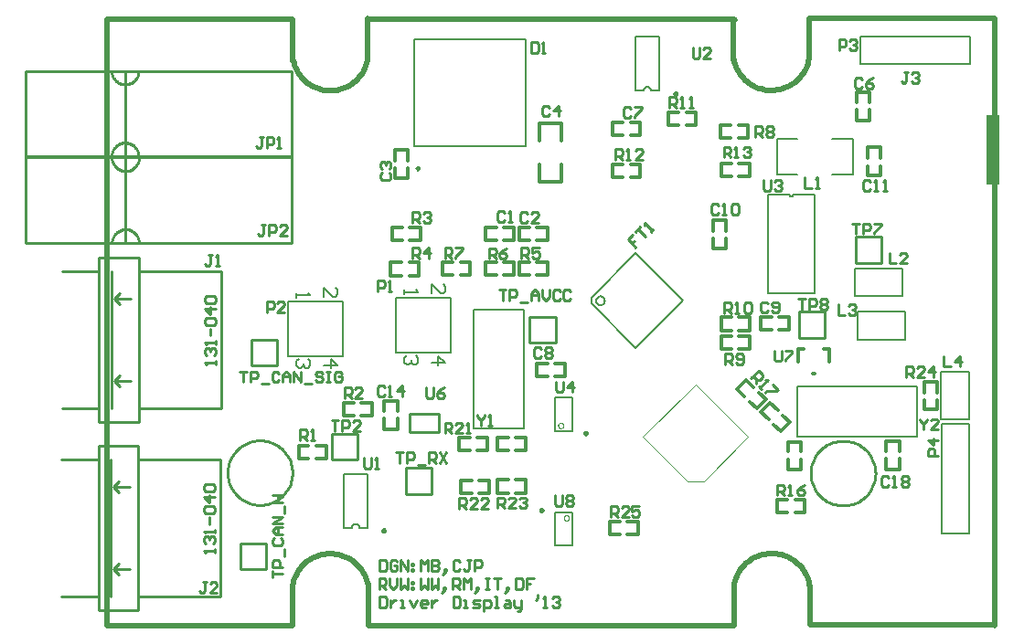
<source format=gto>
%FSTAX24Y24*%
%MOIN*%
%SFA1B1*%

%IPPOS*%
%ADD36C,0.009800*%
%ADD37C,0.019700*%
%ADD51C,0.010000*%
%ADD52C,0.003900*%
%ADD53C,0.007900*%
%ADD54R,0.047200X0.252000*%
%ADD55C,0.012000*%
%ADD56C,0.005000*%
%ADD57C,0.008000*%
%LNaddl-1*%
%LPD*%
G54D36*
X042455Y022696D02*
D01*
X042454Y022699*
X042454Y022702*
X042453Y022706*
X042453Y022709*
X042452Y022712*
X04245Y022715*
X042449Y022719*
X042447Y022721*
X042445Y022724*
X042443Y022727*
X042441Y02273*
X042438Y022732*
X042436Y022734*
X042433Y022736*
X04243Y022738*
X042427Y02274*
X042424Y022741*
X042421Y022742*
X042417Y022743*
X042414Y022744*
X042411Y022744*
X042407Y022744*
X042404*
X0424Y022744*
X042397Y022744*
X042394Y022743*
X04239Y022742*
X042387Y022741*
X042384Y02274*
X042381Y022738*
X042378Y022736*
X042375Y022734*
X042373Y022732*
X04237Y02273*
X042368Y022727*
X042366Y022724*
X042364Y022721*
X042362Y022719*
X042361Y022715*
X042359Y022712*
X042358Y022709*
X042358Y022706*
X042357Y022702*
X042357Y022699*
X042357Y022696*
X042357Y022692*
X042357Y022689*
X042358Y022685*
X042358Y022682*
X042359Y022679*
X042361Y022676*
X042362Y022672*
X042364Y02267*
X042366Y022667*
X042368Y022664*
X04237Y022661*
X042373Y022659*
X042375Y022657*
X042378Y022655*
X042381Y022653*
X042384Y022651*
X042387Y02265*
X04239Y022649*
X042394Y022648*
X042397Y022647*
X0424Y022647*
X042404Y022647*
X042407*
X042411Y022647*
X042414Y022647*
X042417Y022648*
X042421Y022649*
X042424Y02265*
X042427Y022651*
X04243Y022653*
X042433Y022655*
X042436Y022657*
X042438Y022659*
X042441Y022661*
X042443Y022664*
X042445Y022667*
X042447Y02267*
X042449Y022672*
X04245Y022676*
X042452Y022679*
X042453Y022682*
X042453Y022685*
X042454Y022689*
X042454Y022692*
X042455Y022696*
X044069Y025514D02*
D01*
X044068Y025517*
X044068Y02552*
X044067Y025524*
X044067Y025527*
X044066Y02553*
X044064Y025533*
X044063Y025537*
X044061Y025539*
X044059Y025542*
X044057Y025545*
X044055Y025548*
X044052Y02555*
X04405Y025552*
X044047Y025554*
X044044Y025556*
X044041Y025558*
X044038Y025559*
X044035Y02556*
X044031Y025561*
X044028Y025562*
X044025Y025562*
X044021Y025562*
X044018*
X044014Y025562*
X044011Y025562*
X044008Y025561*
X044004Y02556*
X044001Y025559*
X043998Y025558*
X043995Y025556*
X043992Y025554*
X043989Y025552*
X043987Y02555*
X043984Y025548*
X043982Y025545*
X04398Y025542*
X043978Y025539*
X043976Y025537*
X043975Y025533*
X043973Y02553*
X043972Y025527*
X043972Y025524*
X043971Y02552*
X043971Y025517*
X043971Y025514*
X043971Y02551*
X043971Y025507*
X043972Y025503*
X043972Y0255*
X043973Y025497*
X043975Y025494*
X043976Y02549*
X043978Y025488*
X04398Y025485*
X043982Y025482*
X043984Y025479*
X043987Y025477*
X043989Y025475*
X043992Y025473*
X043995Y025471*
X043998Y025469*
X044001Y025468*
X044004Y025467*
X044008Y025466*
X044011Y025465*
X044014Y025465*
X044018Y025465*
X044021*
X044025Y025465*
X044028Y025465*
X044031Y025466*
X044035Y025467*
X044038Y025468*
X044041Y025469*
X044044Y025471*
X044047Y025473*
X04405Y025475*
X044052Y025477*
X044055Y025479*
X044057Y025482*
X044059Y025485*
X044061Y025488*
X044063Y02549*
X044064Y025494*
X044066Y025497*
X044067Y0255*
X044067Y025503*
X044068Y025507*
X044068Y02551*
X044069Y025514*
X047337Y037904D02*
D01*
X047336Y037907*
X047336Y03791*
X047335Y037914*
X047335Y037917*
X047334Y03792*
X047332Y037923*
X047331Y037927*
X047329Y037929*
X047327Y037932*
X047325Y037935*
X047323Y037938*
X04732Y03794*
X047318Y037942*
X047315Y037944*
X047312Y037946*
X047309Y037948*
X047306Y037949*
X047303Y03795*
X047299Y037951*
X047296Y037952*
X047293Y037952*
X047289Y037952*
X047286*
X047282Y037952*
X047279Y037952*
X047276Y037951*
X047272Y03795*
X047269Y037949*
X047266Y037948*
X047263Y037946*
X04726Y037944*
X047257Y037942*
X047255Y03794*
X047252Y037938*
X04725Y037935*
X047248Y037932*
X047246Y037929*
X047244Y037927*
X047243Y037923*
X047241Y03792*
X04724Y037917*
X04724Y037914*
X047239Y03791*
X047239Y037907*
X047239Y037904*
X047239Y0379*
X047239Y037897*
X04724Y037893*
X04724Y03789*
X047241Y037887*
X047243Y037884*
X047244Y03788*
X047246Y037878*
X047248Y037875*
X04725Y037872*
X047252Y037869*
X047255Y037867*
X047257Y037865*
X04726Y037863*
X047263Y037861*
X047266Y037859*
X047269Y037858*
X047272Y037857*
X047276Y037856*
X047279Y037855*
X047282Y037855*
X047286Y037855*
X047289*
X047293Y037855*
X047296Y037855*
X047299Y037856*
X047303Y037857*
X047306Y037858*
X047309Y037859*
X047312Y037861*
X047315Y037863*
X047318Y037865*
X04732Y037867*
X047323Y037869*
X047325Y037872*
X047327Y037875*
X047329Y037878*
X047331Y03788*
X047332Y037884*
X047334Y037887*
X047335Y03789*
X047335Y037893*
X047336Y037897*
X047336Y0379*
X047337Y037904*
X036707Y021959D02*
D01*
X036706Y021962*
X036706Y021965*
X036705Y021969*
X036705Y021972*
X036704Y021975*
X036702Y021978*
X036701Y021982*
X036699Y021984*
X036697Y021987*
X036695Y02199*
X036693Y021993*
X03669Y021995*
X036688Y021997*
X036685Y021999*
X036682Y022001*
X036679Y022003*
X036676Y022004*
X036673Y022005*
X036669Y022006*
X036666Y022007*
X036663Y022007*
X036659Y022007*
X036656*
X036652Y022007*
X036649Y022007*
X036646Y022006*
X036642Y022005*
X036639Y022004*
X036636Y022003*
X036633Y022001*
X03663Y021999*
X036627Y021997*
X036625Y021995*
X036622Y021993*
X03662Y02199*
X036618Y021987*
X036616Y021984*
X036614Y021982*
X036613Y021978*
X036611Y021975*
X03661Y021972*
X03661Y021969*
X036609Y021965*
X036609Y021962*
X036609Y021959*
X036609Y021955*
X036609Y021952*
X03661Y021948*
X03661Y021945*
X036611Y021942*
X036613Y021939*
X036614Y021935*
X036616Y021933*
X036618Y02193*
X03662Y021927*
X036622Y021924*
X036625Y021922*
X036627Y02192*
X03663Y021918*
X036633Y021916*
X036636Y021914*
X036639Y021913*
X036642Y021912*
X036646Y021911*
X036649Y02191*
X036652Y02191*
X036656Y02191*
X036659*
X036663Y02191*
X036666Y02191*
X036669Y021911*
X036673Y021912*
X036676Y021913*
X036679Y021914*
X036682Y021916*
X036685Y021918*
X036688Y02192*
X03669Y021922*
X036693Y021924*
X036695Y021927*
X036697Y02193*
X036699Y021933*
X036701Y021935*
X036702Y021939*
X036704Y021942*
X036705Y021945*
X036705Y021948*
X036706Y021952*
X036706Y021955*
X036707Y021959*
X037945Y035183D02*
D01*
X037944Y035186*
X037944Y035189*
X037943Y035193*
X037943Y035196*
X037942Y035199*
X03794Y035202*
X037939Y035206*
X037937Y035208*
X037935Y035211*
X037933Y035214*
X037931Y035217*
X037928Y035219*
X037926Y035221*
X037923Y035223*
X03792Y035225*
X037917Y035227*
X037914Y035228*
X037911Y035229*
X037907Y03523*
X037904Y035231*
X037901Y035231*
X037897Y035231*
X037894*
X03789Y035231*
X037887Y035231*
X037884Y03523*
X03788Y035229*
X037877Y035228*
X037874Y035227*
X037871Y035225*
X037868Y035223*
X037865Y035221*
X037863Y035219*
X03786Y035217*
X037858Y035214*
X037856Y035211*
X037854Y035208*
X037852Y035206*
X037851Y035202*
X037849Y035199*
X037848Y035196*
X037848Y035193*
X037847Y035189*
X037847Y035186*
X037847Y035183*
X037847Y035179*
X037847Y035176*
X037848Y035172*
X037848Y035169*
X037849Y035166*
X037851Y035163*
X037852Y035159*
X037854Y035157*
X037856Y035154*
X037858Y035151*
X03786Y035148*
X037863Y035146*
X037865Y035144*
X037868Y035142*
X037871Y03514*
X037874Y035138*
X037877Y035137*
X03788Y035136*
X037884Y035135*
X037887Y035134*
X03789Y035134*
X037894Y035134*
X037897*
X037901Y035134*
X037904Y035134*
X037907Y035135*
X037911Y035136*
X037914Y035137*
X037917Y035138*
X03792Y03514*
X037923Y035142*
X037926Y035144*
X037928Y035146*
X037931Y035148*
X037933Y035151*
X037935Y035154*
X037937Y035157*
X037939Y035159*
X03794Y035163*
X037942Y035166*
X037943Y035169*
X037943Y035172*
X037944Y035176*
X037944Y035179*
X037945Y035183*
G54D37*
X0361Y019877D02*
D01*
X036085Y019973*
X036063Y020068*
X036035Y020162*
X036001Y020253*
X03596Y020341*
X035914Y020427*
X035861Y020509*
X035803Y020587*
X035739Y020661*
X035671Y020731*
X035597Y020795*
X03552Y020854*
X035438Y020908*
X035353Y020956*
X035265Y020998*
X035174Y021033*
X035081Y021062*
X034986Y021085*
X03489Y0211*
X034793Y02111*
X034695Y021112*
X034598Y021107*
X034501Y021096*
X034405Y021078*
X034311Y021053*
X034219Y021022*
X034129Y020985*
X034041Y020941*
X033957Y020891*
X033877Y020836*
X033801Y020775*
X033729Y020709*
X033662Y020638*
X033601Y020562*
X033544Y020483*
X033493Y020399*
X033449Y020313*
X03341Y020223*
X033378Y020131*
X033352Y020037*
X033333Y019941*
X033327Y0199*
X05219Y019906D02*
D01*
X052173Y020002*
X05215Y020097*
X052121Y02019*
X052085Y020281*
X052043Y020369*
X051995Y020454*
X051941Y020536*
X051881Y020613*
X051816Y020686*
X051746Y020755*
X051672Y020818*
X051594Y020876*
X051511Y020929*
X051425Y020975*
X051336Y021016*
X051245Y02105*
X051151Y021077*
X051055Y021098*
X050959Y021113*
X050861Y02112*
X050764Y021121*
X050666Y021115*
X050569Y021102*
X050473Y021083*
X050379Y021056*
X050287Y021024*
X050198Y020985*
X050111Y02094*
X050028Y020888*
X049948Y020832*
X049873Y020769*
X049802Y020702*
X049736Y02063*
X049675Y020553*
X04962Y020473*
X04957Y020388*
X049527Y020301*
X04949Y020211*
X049459Y020118*
X049434Y020023*
X049417Y019929*
X0494Y039257D02*
D01*
X049414Y03916*
X049436Y039065*
X049464Y038971*
X049498Y03888*
X049539Y038792*
X049585Y038706*
X049638Y038624*
X049696Y038546*
X04976Y038472*
X049828Y038402*
X049902Y038338*
X049979Y038279*
X050061Y038225*
X050146Y038177*
X050234Y038135*
X050325Y0381*
X050418Y038071*
X050513Y038048*
X050609Y038033*
X050706Y038023*
X050804Y038021*
X050901Y038026*
X050998Y038037*
X051094Y038055*
X051188Y03808*
X05128Y038111*
X05137Y038148*
X051458Y038192*
X051542Y038242*
X051622Y038297*
X051698Y038358*
X05177Y038424*
X051837Y038495*
X051898Y038571*
X051955Y03865*
X052006Y038734*
X05205Y03882*
X052089Y03891*
X052121Y039002*
X052147Y039096*
X052166Y039192*
X052174Y039234*
X033361Y0391D02*
D01*
X033384Y039006*
X033414Y038914*
X03345Y038825*
X033493Y038739*
X033541Y038655*
X033595Y038575*
X033655Y0385*
X033719Y038428*
X033789Y038361*
X033863Y0383*
X033941Y038243*
X034023Y038192*
X034108Y038147*
X034196Y038108*
X034287Y038075*
X034379Y038049*
X034474Y038029*
X034569Y038016*
X034665Y038009*
X034762Y03801*
X034858Y038017*
X034953Y03803*
X035047Y03805*
X03514Y038077*
X035231Y03811*
X035318Y03815*
X035403Y038195*
X035485Y038246*
X035563Y038303*
X035637Y038365*
X035706Y038432*
X03577Y038504*
X035829Y03858*
X035883Y03866*
X035931Y038744*
X035973Y038831*
X036009Y03892*
X036039Y039012*
X036062Y039105*
X03607Y039147*
X02657Y018497D02*
Y040607D01*
X02655Y018477D02*
X02657Y018497D01*
X02655Y018477D02*
X03333D01*
Y018497D02*
Y019837D01*
X0361Y018477D02*
Y019837D01*
Y018477D02*
X04942D01*
Y019887*
X05219Y018517D02*
Y019887D01*
Y018517D02*
X05892D01*
X05889D02*
X05892Y018487D01*
Y040627*
X05893Y040637*
X05216D02*
X05893D01*
X05216Y039167D02*
Y040647D01*
X04941Y039167D02*
X04942Y039157D01*
X04941Y039167D02*
Y040627D01*
X0494D02*
X04945Y040577D01*
X03607Y040627D02*
X0494D01*
X03607Y039137D02*
Y040657D01*
X03334Y039097D02*
Y040607D01*
X02659D02*
X03334D01*
G54D51*
X027717Y035619D02*
D01*
X027715Y035653*
X027712Y035687*
X027706Y035721*
X027697Y035754*
X027687Y035787*
X027674Y035819*
X027659Y035849*
X027642Y035879*
X027623Y035908*
X027601Y035935*
X027578Y03596*
X027554Y035984*
X027527Y036006*
X0275Y036026*
X027471Y036045*
X02744Y036061*
X027409Y036075*
X027377Y036086*
X027344Y036096*
X02731Y036103*
X027276Y036108*
X027242Y03611*
X027207*
X027173Y036108*
X027139Y036103*
X027105Y036096*
X027072Y036086*
X02704Y036075*
X027009Y036061*
X026979Y036045*
X026949Y036026*
X026922Y036006*
X026895Y035984*
X026871Y03596*
X026848Y035935*
X026826Y035908*
X026807Y035879*
X02679Y035849*
X026775Y035819*
X026762Y035787*
X026752Y035754*
X026743Y035721*
X026737Y035687*
X026734Y035653*
X026733Y035619*
Y038729D02*
D01*
X026734Y038694*
X026737Y03866*
X026743Y038626*
X026752Y038593*
X026762Y03856*
X026775Y038528*
X02679Y038498*
X026807Y038468*
X026826Y038439*
X026848Y038412*
X026871Y038387*
X026895Y038363*
X026922Y038341*
X026949Y038321*
X026979Y038302*
X027009Y038286*
X02704Y038272*
X027072Y038261*
X027105Y038251*
X027139Y038244*
X027173Y038239*
X027207Y038237*
X027242*
X027276Y038239*
X02731Y038244*
X027344Y038251*
X027377Y038261*
X027409Y038272*
X02744Y038286*
X027471Y038302*
X0275Y038321*
X027527Y038341*
X027554Y038363*
X027578Y038387*
X027601Y038412*
X027623Y038439*
X027642Y038468*
X027659Y038498*
X027674Y038528*
X027687Y03856*
X027697Y038593*
X027706Y038626*
X027712Y03866*
X027715Y038694*
X027717Y038729*
X027727Y032459D02*
D01*
X027725Y032493*
X027722Y032527*
X027716Y032561*
X027707Y032594*
X027697Y032627*
X027684Y032659*
X027669Y032689*
X027652Y032719*
X027633Y032748*
X027611Y032775*
X027588Y0328*
X027564Y032824*
X027537Y032846*
X02751Y032866*
X027481Y032885*
X02745Y032901*
X027419Y032915*
X027387Y032926*
X027354Y032936*
X02732Y032943*
X027286Y032948*
X027252Y03295*
X027217*
X027183Y032948*
X027149Y032943*
X027115Y032936*
X027082Y032926*
X02705Y032915*
X027019Y032901*
X026989Y032885*
X026959Y032866*
X026932Y032846*
X026905Y032824*
X026881Y0328*
X026858Y032775*
X026836Y032748*
X026817Y032719*
X0268Y032689*
X026785Y032659*
X026772Y032627*
X026762Y032594*
X026753Y032561*
X026747Y032527*
X026744Y032493*
X026743Y032459*
Y035569D02*
D01*
X026744Y035534*
X026747Y0355*
X026753Y035466*
X026762Y035433*
X026772Y0354*
X026785Y035368*
X0268Y035338*
X026817Y035308*
X026836Y035279*
X026858Y035252*
X026881Y035227*
X026905Y035203*
X026932Y035181*
X026959Y035161*
X026989Y035142*
X027019Y035126*
X02705Y035112*
X027082Y035101*
X027115Y035091*
X027149Y035084*
X027183Y035079*
X027217Y035077*
X027252*
X027286Y035079*
X02732Y035084*
X027354Y035091*
X027387Y035101*
X027419Y035112*
X02745Y035126*
X027481Y035142*
X02751Y035161*
X027537Y035181*
X027564Y035203*
X027588Y035227*
X027611Y035252*
X027633Y035279*
X027652Y035308*
X027669Y035338*
X027684Y035368*
X027697Y0354*
X027707Y035433*
X027716Y035466*
X027722Y0355*
X027725Y035534*
X027727Y035569*
X033323Y024071D02*
D01*
X03332Y024153*
X033311Y024235*
X033297Y024316*
X033277Y024396*
X033251Y024474*
X03322Y024551*
X033184Y024625*
X033143Y024696*
X033097Y024765*
X033046Y02483*
X032991Y024891*
X032932Y024948*
X032869Y025001*
X032802Y02505*
X032732Y025093*
X032659Y025132*
X032584Y025166*
X032506Y025194*
X032427Y025216*
X032347Y025234*
X032265Y025245*
X032183Y025251*
X0321*
X032018Y025245*
X031936Y025234*
X031856Y025216*
X031777Y025194*
X031699Y025166*
X031624Y025132*
X031551Y025093*
X031481Y02505*
X031414Y025001*
X031351Y024948*
X031292Y024891*
X031237Y02483*
X031186Y024765*
X03114Y024696*
X031099Y024625*
X031063Y024551*
X031032Y024474*
X031006Y024396*
X030986Y024316*
X030972Y024235*
X030963Y024153*
X030961Y024071*
X030963Y023988*
X030972Y023906*
X030986Y023825*
X031006Y023745*
X031032Y023667*
X031063Y02359*
X031099Y023516*
X03114Y023445*
X031186Y023376*
X031237Y023311*
X031292Y02325*
X031351Y023193*
X031414Y02314*
X031481Y023091*
X031551Y023048*
X031624Y023009*
X031699Y022975*
X031777Y022947*
X031856Y022925*
X031936Y022907*
X032018Y022896*
X0321Y02289*
X032183*
X032265Y022896*
X032347Y022907*
X032427Y022925*
X032506Y022947*
X032584Y022975*
X032659Y023009*
X032732Y023048*
X032802Y023091*
X032869Y02314*
X032932Y023193*
X032991Y02325*
X033046Y023311*
X033097Y023376*
X033143Y023445*
X033184Y023516*
X03322Y02359*
X033251Y023667*
X033277Y023745*
X033297Y023825*
X033311Y023906*
X03332Y023988*
X033323Y024071*
X054583Y024051D02*
D01*
X05458Y024133*
X054571Y024215*
X054557Y024296*
X054537Y024376*
X054511Y024454*
X05448Y024531*
X054444Y024605*
X054403Y024676*
X054357Y024745*
X054306Y02481*
X054251Y024871*
X054192Y024928*
X054129Y024981*
X054062Y02503*
X053992Y025073*
X053919Y025112*
X053844Y025146*
X053766Y025174*
X053687Y025196*
X053607Y025214*
X053525Y025225*
X053443Y025231*
X05336*
X053278Y025225*
X053196Y025214*
X053116Y025196*
X053037Y025174*
X052959Y025146*
X052884Y025112*
X052811Y025073*
X052741Y02503*
X052674Y024981*
X052611Y024928*
X052552Y024871*
X052497Y02481*
X052446Y024745*
X0524Y024676*
X052359Y024605*
X052323Y024531*
X052292Y024454*
X052266Y024376*
X052246Y024296*
X052232Y024215*
X052223Y024133*
X052221Y024051*
X052223Y023968*
X052232Y023886*
X052246Y023805*
X052266Y023725*
X052292Y023647*
X052323Y02357*
X052359Y023496*
X0524Y023425*
X052446Y023356*
X052497Y023291*
X052552Y02323*
X052611Y023173*
X052674Y02312*
X052741Y023071*
X052811Y023028*
X052884Y022989*
X052959Y022955*
X053037Y022927*
X053116Y022905*
X053196Y022887*
X053278Y022876*
X05336Y02287*
X053443*
X053525Y022876*
X053607Y022887*
X053687Y022905*
X053766Y022927*
X053844Y022955*
X053919Y022989*
X053992Y023028*
X054062Y023071*
X054129Y02312*
X054192Y023173*
X054251Y02323*
X054306Y023291*
X054357Y023356*
X054403Y023425*
X054444Y023496*
X05448Y02357*
X054511Y023647*
X054537Y023725*
X054557Y023805*
X054571Y023886*
X05458Y023968*
X054583Y024051*
X053862Y031724D02*
X054807D01*
Y032669*
X053862D02*
X054807D01*
X053862Y031724D02*
Y032669D01*
X035713Y024539D02*
Y025484D01*
X034768D02*
X035713D01*
X034768Y024539D02*
Y025484D01*
Y024539D02*
X035713D01*
X027225Y035619D02*
X027229Y038729D01*
X033288Y035619D02*
Y038729D01*
X023603Y035619D02*
X033288D01*
X023603D02*
Y038729D01*
X033288*
X027235Y032459D02*
X027239Y035569D01*
X033298Y032459D02*
Y035569D01*
X023613Y032459D02*
X033298D01*
X023613D02*
Y035569D01*
X033298*
X0267Y019547D02*
Y024547D01*
X02625Y019047D02*
Y025047D01*
Y019047D02*
X0277D01*
Y025047*
X02625D02*
X0277D01*
X0249Y019547D02*
X02625D01*
X0249Y024547D02*
X02625D01*
X0277Y019547D02*
X0307D01*
Y021547*
X0277Y024547D02*
X0307D01*
Y022547D02*
Y024547D01*
Y021547D02*
Y022547D01*
X0268Y020547D02*
X0274D01*
X0268D02*
X027Y020347D01*
X0268Y020547D02*
X027Y020747D01*
X0268Y023547D02*
X027Y023747D01*
X0268Y023547D02*
X027Y023347D01*
X0268Y023547D02*
X0274D01*
X037601Y026232D02*
X038664D01*
Y025563D02*
Y026232D01*
X037601Y025563D02*
X038664D01*
X037601D02*
Y026232D01*
X026817Y03042D02*
X027417D01*
X026817D02*
X027017Y03022D01*
X026817Y03042D02*
X027017Y03062D01*
X026817Y02742D02*
X027017Y02762D01*
X026817Y02742D02*
X027017Y02722D01*
X026817Y02742D02*
X027417D01*
X030717Y02842D02*
Y02942D01*
Y03142*
X027717D02*
X030717D01*
Y02642D02*
Y02842D01*
X027717Y02642D02*
X030717D01*
X024917Y03142D02*
X026267D01*
X024917Y02642D02*
X026267D01*
Y03192D02*
X027717D01*
Y02592D02*
Y03192D01*
X026267Y02592D02*
X027717D01*
X026267D02*
Y03192D01*
X026717Y02642D02*
Y03142D01*
X037449Y024246D02*
X038394D01*
Y023301D02*
Y024246D01*
X037449Y023301D02*
X038394D01*
X037449D02*
Y024246D01*
X03278Y027984D02*
Y028929D01*
X031835D02*
X03278D01*
X031835Y027984D02*
Y028929D01*
Y027984D02*
X03278D01*
X041974Y028818D02*
X042919D01*
Y029763*
X041974D02*
X042919D01*
X041974Y028818D02*
Y029763D01*
X051795Y029941D02*
X05274D01*
Y028996D02*
Y029941D01*
X051795Y028996D02*
X05274D01*
X051795D02*
Y029941D01*
X031425Y021498D02*
X03237D01*
Y020553D02*
Y021498D01*
X031425Y020553D02*
X03237D01*
X031425D02*
Y021498D01*
X044927Y022453D02*
Y022846D01*
X045123*
X045189Y022781*
Y02265*
X045123Y022584*
X044927*
X045058D02*
X045189Y022453D01*
X045583D02*
X04532D01*
X045583Y022715*
Y022781*
X045517Y022846*
X045386*
X04532Y022781*
X045976Y022846D02*
X045714D01*
Y02265*
X045845Y022715*
X045911*
X045976Y02265*
Y022518*
X045911Y022453*
X045779*
X045714Y022518*
X042905Y02324D02*
Y022912D01*
X04297Y022846*
X043102*
X043167Y022912*
Y02324*
X043298Y023174D02*
X043364Y02324D01*
X043495*
X043561Y023174*
Y023109*
X043495Y023043*
X043561Y022978*
Y022912*
X043495Y022846*
X043364*
X043298Y022912*
Y022978*
X043364Y023043*
X043298Y023109*
Y023174*
X043364Y023043D02*
X043495D01*
X042021Y039775D02*
Y039382D01*
X042218*
X042284Y039447*
Y03971*
X042218Y039775*
X042021*
X042415Y039382D02*
X042546D01*
X04248*
Y039775*
X042415Y03971*
X04081Y022775D02*
Y023168D01*
X041007*
X041072Y023103*
Y022972*
X041007Y022906*
X04081*
X040941D02*
X041072Y022775D01*
X041466D02*
X041203D01*
X041466Y023037*
Y023103*
X0414Y023168*
X041269*
X041203Y023103*
X041597D02*
X041663Y023168D01*
X041794*
X041859Y023103*
Y023037*
X041794Y022972*
X041728*
X041794*
X041859Y022906*
Y02284*
X041794Y022775*
X041663*
X041597Y02284*
X049112Y02801D02*
Y028403D01*
X049309*
X049375Y028338*
Y028206*
X049309Y028141*
X049112*
X049244D02*
X049375Y02801D01*
X049506Y028075D02*
X049572Y02801D01*
X049703*
X049768Y028075*
Y028338*
X049703Y028403*
X049572*
X049506Y028338*
Y028272*
X049572Y028206*
X049768*
X047915Y039579D02*
Y039251D01*
X04798Y039185*
X048112*
X048177Y039251*
Y039579*
X048571Y039185D02*
X048308D01*
X048571Y039447*
Y039513*
X048505Y039579*
X048374*
X048308Y039513*
X038882Y025507D02*
Y0259D01*
X039079*
X039144Y025834*
Y025703*
X039079Y025638*
X038882*
X039013D02*
X039144Y025507D01*
X039538D02*
X039275D01*
X039538Y025769*
Y025834*
X039472Y0259*
X039341*
X039275Y025834*
X039669Y025507D02*
X0398D01*
X039735*
Y0259*
X039669Y025834*
X051776Y030411D02*
X052038D01*
X051907*
Y030017*
X052169D02*
Y030411D01*
X052366*
X052432Y030345*
Y030214*
X052366Y030149*
X052169*
X052563Y030345D02*
X052628Y030411D01*
X05276*
X052825Y030345*
Y03028*
X05276Y030214*
X052825Y030149*
Y030083*
X05276Y030017*
X052628*
X052563Y030083*
Y030149*
X052628Y030214*
X052563Y03028*
Y030345*
X052628Y030214D02*
X05276D01*
X03711Y024815D02*
X037373D01*
X037241*
Y024421*
X037504D02*
Y024815D01*
X037701*
X037766Y024749*
Y024618*
X037701Y024552*
X037504*
X037897Y024356D02*
X03816D01*
X038291Y024421D02*
Y024815D01*
X038488*
X038553Y024749*
Y024618*
X038488Y024552*
X038291*
X038422D02*
X038553Y024421D01*
X038685Y024815D02*
X038947Y024421D01*
Y024815D02*
X038685Y024421D01*
X032586Y020238D02*
Y020501D01*
Y020369*
X03298*
Y020632D02*
X032586D01*
Y020829*
X032652Y020894*
X032783*
X032849Y020829*
Y020632*
X033046Y021025D02*
Y021288D01*
X032652Y021681D02*
X032586Y021616D01*
Y021485*
X032652Y021419*
X032914*
X03298Y021485*
Y021616*
X032914Y021681*
X03298Y021812D02*
X032718D01*
X032586Y021944*
X032718Y022075*
X03298*
X032783*
Y021812*
X03298Y022206D02*
X032586D01*
X03298Y022468*
X032586*
X033046Y0226D02*
Y022862D01*
X032586Y022993D02*
X03298D01*
X032783*
Y023256*
X032586*
X03298*
X036585Y035018D02*
X03652Y034953D01*
Y034822*
X036585Y034756*
X036848*
X036913Y034822*
Y034953*
X036848Y035018*
X036585Y035149D02*
X03652Y035215D01*
Y035346*
X036585Y035412*
X036651*
X036717Y035346*
Y035281*
Y035346*
X036782Y035412*
X036848*
X036913Y035346*
Y035215*
X036848Y035149*
X041054Y033556D02*
X040988Y033622D01*
X040857*
X040791Y033556*
Y033294*
X040857Y033228*
X040988*
X041054Y033294*
X041185Y033228D02*
X041316D01*
X041251*
Y033622*
X041185Y033556*
X0419Y033509D02*
X041835Y033575D01*
X041703*
X041638Y033509*
Y033247*
X041703Y033181*
X041835*
X0419Y033247*
X042294Y033181D02*
X042031D01*
X042294Y033443*
Y033509*
X042228Y033575*
X042097*
X042031Y033509*
X042688Y037401D02*
X042622Y037466D01*
X042491*
X042425Y037401*
Y037138*
X042491Y037073*
X042622*
X042688Y037138*
X043016Y037073D02*
Y037466D01*
X042819Y03727*
X043081*
X054105Y03843D02*
X054039Y038496D01*
X053908*
X053843Y03843*
Y038168*
X053908Y038102*
X054039*
X054105Y038168*
X054498Y038496D02*
X054367Y03843D01*
X054236Y038299*
Y038168*
X054302Y038102*
X054433*
X054498Y038168*
Y038234*
X054433Y038299*
X054236*
X045657Y037348D02*
X045591Y037413D01*
X04546*
X045394Y037348*
Y037085*
X04546Y03702*
X045591*
X045657Y037085*
X045788Y037413D02*
X04605D01*
Y037348*
X045788Y037085*
Y03702*
X042392Y028588D02*
X042327Y028653D01*
X042196*
X04213Y028588*
Y028325*
X042196Y02826*
X042327*
X042392Y028325*
X042523Y028588D02*
X042589Y028653D01*
X04272*
X042786Y028588*
Y028522*
X04272Y028457*
X042786Y028391*
Y028325*
X04272Y02826*
X042589*
X042523Y028325*
Y028391*
X042589Y028457*
X042523Y028522*
Y028588*
X042589Y028457D02*
X04272D01*
X036684Y027175D02*
X036618Y027241D01*
X036487*
X036421Y027175*
Y026913*
X036487Y026847*
X036618*
X036684Y026913*
X036815Y026847D02*
X036946D01*
X03688*
Y027241*
X036815Y027175*
X03734Y026847D02*
Y027241D01*
X037143Y027044*
X037405*
X0544Y03469D02*
X054335Y034756D01*
X054203*
X054138Y03469*
Y034428*
X054203Y034362*
X054335*
X0544Y034428*
X054531Y034362D02*
X054663D01*
X054597*
Y034756*
X054531Y03469*
X054859Y034362D02*
X054991D01*
X054925*
Y034756*
X054859Y03469*
X048865Y033808D02*
X048799Y033874D01*
X048668*
X048603Y033808*
Y033546*
X048668Y03348*
X048799*
X048865Y033546*
X048996Y03348D02*
X049127D01*
X049062*
Y033874*
X048996Y033808*
X049324D02*
X04939Y033874D01*
X049521*
X049587Y033808*
Y033546*
X049521Y03348*
X04939*
X049324Y033546*
Y033808*
X05066Y030236D02*
X050594Y030302D01*
X050463*
X050398Y030236*
Y029974*
X050463Y029908*
X050594*
X05066Y029974*
X050791D02*
X050857Y029908D01*
X050988*
X051054Y029974*
Y030236*
X050988Y030302*
X050857*
X050791Y030236*
Y030171*
X050857Y030105*
X051054*
X045735Y032764D02*
X04555Y032578D01*
X045689Y032439*
X045782Y032532*
X045689Y032439*
X045828Y0323*
Y032857D02*
X046013Y033042D01*
X045921Y032949*
X046199Y032671*
X046385Y032857D02*
X046477Y032949D01*
X046431Y032903*
X046153Y033181*
Y033089*
X030186Y02009D02*
X030055D01*
X030121*
Y019762*
X030055Y019697*
X02999*
X029924Y019762*
X03058Y019697D02*
X030318D01*
X03058Y019959*
Y020025*
X030514Y02009*
X030383*
X030318Y020025*
X032342Y033129D02*
X03221D01*
X032276*
Y032801*
X03221Y032735*
X032145*
X032079Y032801*
X032473Y032735D02*
Y033129D01*
X032669*
X032735Y033063*
Y032932*
X032669Y032867*
X032473*
X033129Y032735D02*
X032866D01*
X033129Y032998*
Y033063*
X033063Y033129*
X032932*
X032866Y033063*
X032253Y036329D02*
X032122D01*
X032187*
Y036001*
X032122Y035935*
X032056*
X031991Y036001*
X032384Y035935D02*
Y036329D01*
X032581*
X032647Y036263*
Y036132*
X032581Y036067*
X032384*
X032778Y035935D02*
X032909D01*
X032843*
Y036329*
X032778Y036263*
X055778Y038693D02*
X055647D01*
X055713*
Y038365*
X055647Y038299*
X055581*
X055516Y038365*
X055909Y038627D02*
X055975Y038693D01*
X056106*
X056172Y038627*
Y038562*
X056106Y038496*
X056041*
X056106*
X056172Y03843*
Y038365*
X056106Y038299*
X055975*
X055909Y038365*
X055083Y032098D02*
Y031705D01*
X055345*
X055739D02*
X055476D01*
X055739Y031967*
Y032033*
X055673Y032098*
X055542*
X055476Y032033*
X053215Y030222D02*
Y029829D01*
X053477*
X053608Y030157D02*
X053674Y030222D01*
X053805*
X053871Y030157*
Y030091*
X053805Y030025*
X053739*
X053805*
X053871Y02996*
Y029894*
X053805Y029829*
X053674*
X053608Y029894*
X052001Y034848D02*
Y034454D01*
X052263*
X052395D02*
X052526D01*
X05246*
Y034848*
X052395Y034782*
X056878Y024677D02*
X056485D01*
Y024873*
X05655Y024939*
X056681*
X056747Y024873*
Y024677*
X056878Y025267D02*
X056485D01*
X056681Y02507*
Y025333*
X03359Y025252D02*
Y025645D01*
X033787*
X033853Y02558*
Y025448*
X033787Y025383*
X03359*
X033721D02*
X033853Y025252D01*
X033984D02*
X034115D01*
X034049*
Y025645*
X033984Y02558*
X03522Y026779D02*
Y027173D01*
X035417*
X035483Y027107*
Y026976*
X035417Y026911*
X03522*
X035352D02*
X035483Y026779D01*
X035876D02*
X035614D01*
X035876Y027042*
Y027107*
X035811Y027173*
X03568*
X035614Y027107*
X037701Y031878D02*
Y032272D01*
X037898*
X037963Y032206*
Y032075*
X037898Y032009*
X037701*
X037832D02*
X037963Y031878D01*
X038291D02*
Y032272D01*
X038094Y032075*
X038357*
X038882Y031878D02*
Y032272D01*
X039079*
X039144Y032206*
Y032075*
X039079Y032009*
X038882*
X039013D02*
X039144Y031878D01*
X039275Y032272D02*
X039538D01*
Y032206*
X039275Y031944*
Y031878*
X040485Y031874D02*
Y032268D01*
X040682*
X040748Y032202*
Y032071*
X040682Y032005*
X040485*
X040617D02*
X040748Y031874D01*
X041141Y032268D02*
X04101Y032202D01*
X040879Y032071*
Y03194*
X040945Y031874*
X041076*
X041141Y03194*
Y032005*
X041076Y032071*
X040879*
X041666Y031878D02*
Y032272D01*
X041863*
X041928Y032206*
Y032075*
X041863Y032009*
X041666*
X041797D02*
X041928Y031878D01*
X042322Y032272D02*
X042059D01*
Y032075*
X042191Y03214*
X042256*
X042322Y032075*
Y031944*
X042256Y031878*
X042125*
X042059Y031944*
X037701Y033181D02*
Y033575D01*
X037898*
X037963Y033509*
Y033378*
X037898Y033312*
X037701*
X037832D02*
X037963Y033181D01*
X038094Y033509D02*
X03816Y033575D01*
X038291*
X038357Y033509*
Y033443*
X038291Y033378*
X038226*
X038291*
X038357Y033312*
Y033247*
X038291Y033181*
X03816*
X038094Y033247*
X047065Y037387D02*
Y03778D01*
X047262*
X047328Y037715*
Y037584*
X047262Y037518*
X047065*
X047196D02*
X047328Y037387D01*
X047459D02*
X04759D01*
X047524*
Y03778*
X047459Y037715*
X047787Y037387D02*
X047918D01*
X047852*
Y03778*
X047787Y037715*
X0451Y0355D02*
Y035893D01*
X045297*
X045362Y035828*
Y035696*
X045297Y035631*
X0451*
X045231D02*
X045362Y0355D01*
X045494D02*
X045625D01*
X045559*
Y035893*
X045494Y035828*
X046084Y0355D02*
X045821D01*
X046084Y035762*
Y035828*
X046018Y035893*
X045887*
X045821Y035828*
X049068Y029895D02*
Y030289D01*
X049264*
X04933Y030223*
Y030092*
X049264Y030026*
X049068*
X049199D02*
X04933Y029895D01*
X049461D02*
X049592D01*
X049527*
Y030289*
X049461Y030223*
X049789D02*
X049855Y030289D01*
X049986*
X050052Y030223*
Y029961*
X049986Y029895*
X049855*
X049789Y029961*
Y030223*
X0502Y036328D02*
Y036722D01*
X050397*
X050462Y036656*
Y036525*
X050397Y036459*
X0502*
X050331D02*
X050462Y036328D01*
X050594Y036656D02*
X050659Y036722D01*
X05079*
X050856Y036656*
Y036591*
X05079Y036525*
X050856Y036459*
Y036394*
X05079Y036328*
X050659*
X050594Y036394*
Y036459*
X050659Y036525*
X050594Y036591*
Y036656*
X050659Y036525D02*
X05079D01*
X050047Y027503D02*
X050325Y027781D01*
X050464Y027642*
Y027549*
X050372Y027457*
X050279*
X05014Y027596*
X050232Y027503D02*
Y027318D01*
X050325Y027225D02*
X050418Y027132D01*
X050372Y027178*
X05065Y027457*
X050557*
X050835Y027271D02*
X051021Y027086D01*
X050974Y027039*
X050603*
X050557Y026993*
X051011Y023239D02*
Y023633D01*
X051208*
X051274Y023567*
Y023436*
X051208Y02337*
X051011*
X051143D02*
X051274Y023239D01*
X051405D02*
X051536D01*
X051471*
Y023633*
X051405Y023567*
X051995Y023633D02*
X051864Y023567D01*
X051733Y023436*
Y023305*
X051799Y023239*
X05193*
X051995Y023305*
Y02337*
X05193Y023436*
X051733*
X039402Y022759D02*
Y023153D01*
X039598*
X039664Y023087*
Y022956*
X039598Y02289*
X039402*
X039533D02*
X039664Y022759D01*
X040058D02*
X039795D01*
X040058Y023021*
Y023087*
X039992Y023153*
X039861*
X039795Y023087*
X040451Y022759D02*
X040189D01*
X040451Y023021*
Y023087*
X040386Y023153*
X040254*
X040189Y023087*
X04905Y035573D02*
Y035967D01*
X049247*
X049313Y035901*
Y03577*
X049247Y035704*
X04905*
X049182D02*
X049313Y035573D01*
X049444D02*
X049575D01*
X04951*
Y035967*
X049444Y035901*
X049772D02*
X049837Y035967D01*
X049969*
X050034Y035901*
Y035836*
X049969Y03577*
X049903*
X049969*
X050034Y035704*
Y035639*
X049969Y035573*
X049837*
X049772Y035639*
X031402Y027768D02*
X031664D01*
X031533*
Y027374*
X031795D02*
Y027768D01*
X031992*
X032058Y027702*
Y027571*
X031992Y027505*
X031795*
X032189Y027308D02*
X032451D01*
X032845Y027702D02*
X032779Y027768D01*
X032648*
X032582Y027702*
Y02744*
X032648Y027374*
X032779*
X032845Y02744*
X032976Y027374D02*
Y027636D01*
X033107Y027768*
X033238Y027636*
Y027374*
Y027571*
X032976*
X033369Y027374D02*
Y027768D01*
X033632Y027374*
Y027768*
X033763Y027308D02*
X034025D01*
X034419Y027702D02*
X034353Y027768D01*
X034222*
X034157Y027702*
Y027636*
X034222Y027571*
X034353*
X034419Y027505*
Y02744*
X034353Y027374*
X034222*
X034157Y02744*
X03455Y027768D02*
X034681D01*
X034616*
Y027374*
X03455*
X034681*
X035141Y027702D02*
X035075Y027768D01*
X034944*
X034878Y027702*
Y02744*
X034944Y027374*
X035075*
X035141Y02744*
Y027571*
X035009*
X034748Y025996D02*
X03501D01*
X034879*
Y025602*
X035142D02*
Y025996D01*
X035338*
X035404Y02593*
Y025799*
X035338Y025734*
X035142*
X035798Y025602D02*
X035535D01*
X035798Y025865*
Y02593*
X035732Y025996*
X035601*
X035535Y02593*
X04085Y030745D02*
X041113D01*
X040982*
Y030351*
X041244D02*
Y030745D01*
X041441*
X041506Y030679*
Y030548*
X041441Y030483*
X041244*
X041638Y030286D02*
X0419D01*
X042031Y030351D02*
Y030614D01*
X042162Y030745*
X042294Y030614*
Y030351*
Y030548*
X042031*
X042425Y030745D02*
Y030483D01*
X042556Y030351*
X042687Y030483*
Y030745*
X043081Y030679D02*
X043015Y030745D01*
X042884*
X042818Y030679*
Y030417*
X042884Y030351*
X043015*
X043081Y030417*
X043474Y030679D02*
X043409Y030745D01*
X043277*
X043212Y030679*
Y030417*
X043277Y030351*
X043409*
X043474Y030417*
X053744Y033168D02*
X054006D01*
X053875*
Y032775*
X054138D02*
Y033168D01*
X054334*
X0544Y033102*
Y032971*
X054334Y032906*
X054138*
X054531Y033168D02*
X054794D01*
Y033102*
X054531Y03284*
Y032775*
X050496Y034756D02*
Y034428D01*
X050562Y034362*
X050693*
X050758Y034428*
Y034756*
X05089Y03469D02*
X050955Y034756D01*
X051086*
X051152Y03469*
Y034625*
X051086Y034559*
X051021*
X051086*
X051152Y034493*
Y034428*
X051086Y034362*
X050955*
X05089Y034428*
X035929Y024618D02*
Y02429D01*
X035995Y024224*
X036126*
X036192Y02429*
Y024618*
X036323Y024224D02*
X036454D01*
X036388*
Y024618*
X036323Y024552*
X042943Y027399D02*
Y027071D01*
X043009Y027005*
X04314*
X043205Y027071*
Y027399*
X043533Y027005D02*
Y027399D01*
X043337Y027202*
X043599*
X05089Y028529D02*
Y028201D01*
X050955Y028136*
X051087*
X051152Y028201*
Y028529*
X051283D02*
X051546D01*
Y028464*
X051283Y028201*
Y028136*
X038193Y027178D02*
Y02685D01*
X038259Y026784*
X03839*
X038455Y02685*
Y027178*
X038849D02*
X038718Y027112D01*
X038586Y026981*
Y02685*
X038652Y026784*
X038783*
X038849Y02685*
Y026916*
X038783Y026981*
X038586*
X040063Y026193D02*
Y026127D01*
X040194Y025996*
X040325Y026127*
Y026193*
X040194Y025996D02*
Y025799D01*
X040457D02*
X040588D01*
X040522*
Y026193*
X040457Y026127*
X032386Y029934D02*
Y030328D01*
X032583*
X032648Y030262*
Y030131*
X032583Y030065*
X032386*
X033042Y029934D02*
X032779D01*
X033042Y030196*
Y030262*
X032976Y030328*
X032845*
X032779Y030262*
X053252Y03948D02*
Y039874D01*
X053449*
X053514Y039808*
Y039677*
X053449Y039612*
X053252*
X053646Y039808D02*
X053711Y039874D01*
X053842*
X053908Y039808*
Y039743*
X053842Y039677*
X053777*
X053842*
X053908Y039612*
Y039546*
X053842Y03948*
X053711*
X053646Y039546*
X036421Y030688D02*
Y031082D01*
X036618*
X036684Y031016*
Y030885*
X036618Y030819*
X036421*
X036815Y030688D02*
X036946D01*
X03688*
Y031082*
X036815Y031016*
X030401Y032021D02*
X03027D01*
X030335*
Y031693*
X03027Y031628*
X030204*
X030139Y031693*
X030532Y031628D02*
X030663D01*
X030598*
Y032021*
X030532Y031956*
X057065Y028331D02*
Y027938D01*
X057327*
X057655D02*
Y028331D01*
X057458Y028134*
X057721*
X055713Y027563D02*
Y027956D01*
X055909*
X055975Y027891*
Y02776*
X055909Y027694*
X055713*
X055844D02*
X055975Y027563D01*
X056369D02*
X056106D01*
X056369Y027825*
Y027891*
X056303Y027956*
X056172*
X056106Y027891*
X056697Y027563D02*
Y027956D01*
X0565Y02776*
X056762*
X055069Y023893D02*
X055003Y023959D01*
X054872*
X054807Y023893*
Y023631*
X054872Y023565*
X055003*
X055069Y023631*
X0552Y023565D02*
X055331D01*
X055266*
Y023959*
X0552Y023893*
X055528D02*
X055594Y023959D01*
X055725*
X05579Y023893*
Y023828*
X055725Y023762*
X05579Y023696*
Y023631*
X055725Y023565*
X055594*
X055528Y023631*
Y023696*
X055594Y023762*
X055528Y023828*
Y023893*
X055594Y023762D02*
X055725D01*
X056206Y026034D02*
Y025969D01*
X056337Y025837*
X056468Y025969*
Y026034*
X056337Y025837D02*
Y025641D01*
X056862D02*
X0566D01*
X056862Y025903*
Y025969*
X056796Y026034*
X056665*
X0566Y025969*
X036482Y019827D02*
Y020221D01*
X036678*
X036744Y020155*
Y020024*
X036678Y019958*
X036482*
X036613D02*
X036744Y019827D01*
X036875Y020221D02*
Y019958D01*
X037006Y019827*
X037137Y019958*
Y020221*
X037269D02*
Y019827D01*
X0374Y019958*
X037531Y019827*
Y020221*
X037662Y02009D02*
X037728D01*
Y020024*
X037662*
Y02009*
Y019893D02*
X037728D01*
Y019827*
X037662*
Y019893*
X03799Y020221D02*
Y019827D01*
X038121Y019958*
X038253Y019827*
Y020221*
X038384D02*
Y019827D01*
X038515Y019958*
X038646Y019827*
Y020221*
X038843Y019762D02*
X038909Y019827D01*
Y019893*
X038843*
Y019827*
X038909*
X038843Y019762*
X038777Y019696*
X039171Y019827D02*
Y020221D01*
X039368*
X039433Y020155*
Y020024*
X039368Y019958*
X039171*
X039302D02*
X039433Y019827D01*
X039564D02*
Y020221D01*
X039696Y02009*
X039827Y020221*
Y019827*
X040024Y019762D02*
X040089Y019827D01*
Y019893*
X040024*
Y019827*
X040089*
X040024Y019762*
X039958Y019696*
X040352Y020221D02*
X040483D01*
X040417*
Y019827*
X040352*
X040483*
X04068Y020221D02*
X040942D01*
X040811*
Y019827*
X041139Y019762D02*
X041204Y019827D01*
Y019893*
X041139*
Y019827*
X041204*
X041139Y019762*
X041073Y019696*
X041467Y020221D02*
Y019827D01*
X041664*
X041729Y019893*
Y020155*
X041664Y020221*
X041467*
X042123D02*
X04186D01*
Y020024*
X041992*
X04186*
Y019827*
X0305Y021147D02*
Y021279D01*
Y021213*
X030107*
X030172Y021147*
Y021475D02*
X030107Y021541D01*
Y021672*
X030172Y021738*
X030238*
X030304Y021672*
Y021606*
Y021672*
X030369Y021738*
X030435*
X0305Y021672*
Y021541*
X030435Y021475*
X0305Y021869D02*
Y022D01*
Y021934*
X030107*
X030172Y021869*
X030304Y022197D02*
Y022459D01*
X030172Y02259D02*
X030107Y022656D01*
Y022787*
X030172Y022853*
X030435*
X0305Y022787*
Y022656*
X030435Y02259*
X030172*
X0305Y023181D02*
X030107D01*
X030304Y022984*
Y023246*
X030172Y023378D02*
X030107Y023443D01*
Y023574*
X030172Y02364*
X030435*
X0305Y023574*
Y023443*
X030435Y023378*
X030172*
X030517Y02802D02*
Y028152D01*
Y028086*
X030123*
X030189Y02802*
Y028348D02*
X030123Y028414D01*
Y028545*
X030189Y028611*
X030254*
X03032Y028545*
Y028479*
Y028545*
X030386Y028611*
X030451*
X030517Y028545*
Y028414*
X030451Y028348*
X030517Y028742D02*
Y028873D01*
Y028807*
X030123*
X030189Y028742*
X03032Y02907D02*
Y029332D01*
X030189Y029463D02*
X030123Y029529D01*
Y02966*
X030189Y029726*
X030451*
X030517Y02966*
Y029529*
X030451Y029463*
X030189*
X030517Y030054D02*
X030123D01*
X03032Y029857*
Y030119*
X030189Y030251D02*
X030123Y030316D01*
Y030447*
X030189Y030513*
X030451*
X030517Y030447*
Y030316*
X030451Y030251*
X030189*
X036491Y020886D02*
Y020492D01*
X036688*
X036754Y020558*
Y02082*
X036688Y020886*
X036491*
X037147Y02082D02*
X037082Y020886D01*
X036951*
X036885Y02082*
Y020558*
X036951Y020492*
X037082*
X037147Y020558*
Y020689*
X037016*
X037279Y020492D02*
Y020886D01*
X037541Y020492*
Y020886*
X037672Y020755D02*
X037738D01*
Y020689*
X037672*
Y020755*
Y020558D02*
X037738D01*
Y020492*
X037672*
Y020558*
X038Y020492D02*
Y020886D01*
X038131Y020755*
X038263Y020886*
Y020492*
X038394Y020886D02*
Y020492D01*
X038591*
X038656Y020558*
Y020623*
X038591Y020689*
X038394*
X038591*
X038656Y020755*
Y02082*
X038591Y020886*
X038394*
X038853Y020427D02*
X038919Y020492D01*
Y020558*
X038853*
Y020492*
X038919*
X038853Y020427*
X038787Y020361*
X039443Y02082D02*
X039378Y020886D01*
X039247*
X039181Y02082*
Y020558*
X039247Y020492*
X039378*
X039443Y020558*
X039837Y020886D02*
X039706D01*
X039771*
Y020558*
X039706Y020492*
X03964*
X039574Y020558*
X039968Y020492D02*
Y020886D01*
X040165*
X04023Y02082*
Y020689*
X040165Y020623*
X039968*
X036492Y019549D02*
Y019156D01*
X036688*
X036754Y019221*
Y019483*
X036688Y019549*
X036492*
X036885Y019418D02*
Y019156D01*
Y019287*
X036951Y019352*
X037016Y019418*
X037082*
X037279Y019156D02*
X03741D01*
X037344*
Y019418*
X037279*
X037607D02*
X037738Y019156D01*
X037869Y019418*
X038197Y019156D02*
X038066D01*
X038Y019221*
Y019352*
X038066Y019418*
X038197*
X038263Y019352*
Y019287*
X038*
X038394Y019418D02*
Y019156D01*
Y019287*
X038459Y019352*
X038525Y019418*
X038591*
X039181Y019549D02*
Y019156D01*
X039378*
X039443Y019221*
Y019483*
X039378Y019549*
X039181*
X039575Y019156D02*
X039706D01*
X03964*
Y019418*
X039575*
X039903Y019156D02*
X040099D01*
X040165Y019221*
X040099Y019287*
X039968*
X039903Y019352*
X039968Y019418*
X040165*
X040296Y019024D02*
Y019418D01*
X040493*
X040558Y019352*
Y019221*
X040493Y019156*
X040296*
X04069D02*
X040821D01*
X040755*
Y019549*
X04069*
X041083Y019418D02*
X041214D01*
X04128Y019352*
Y019156*
X041083*
X041018Y019221*
X041083Y019287*
X04128*
X041411Y019418D02*
Y019221D01*
X041477Y019156*
X041674*
Y01909*
X041608Y019024*
X041542*
X041674Y019156D02*
Y019418D01*
X042264Y019615D02*
Y019483D01*
X042198Y019418*
X042461Y019156D02*
X042592D01*
X042526*
Y019549*
X042461Y019483*
X042789D02*
X042854Y019549D01*
X042986*
X043051Y019483*
Y019418*
X042986Y019352*
X04292*
X042986*
X043051Y019287*
Y019221*
X042986Y019156*
X042854*
X042789Y019221*
G54D52*
X043413Y022417D02*
D01*
X043412Y022423*
X043412Y02243*
X04341Y022437*
X043409Y022444*
X043407Y02245*
X043404Y022456*
X043401Y022463*
X043398Y022468*
X043394Y022474*
X04339Y022479*
X043385Y022485*
X04338Y022489*
X043375Y022494*
X043369Y022498*
X043364Y022501*
X043357Y022505*
X043351Y022507*
X043345Y02251*
X043338Y022512*
X043332Y022513*
X043325Y022514*
X043318Y022514*
X043311*
X043304Y022514*
X043297Y022513*
X043291Y022512*
X043284Y02251*
X043278Y022507*
X043272Y022505*
X043266Y022501*
X04326Y022498*
X043254Y022494*
X043249Y022489*
X043244Y022485*
X043239Y022479*
X043235Y022474*
X043231Y022468*
X043228Y022463*
X043225Y022456*
X043222Y02245*
X04322Y022444*
X043219Y022437*
X043217Y02243*
X043217Y022423*
X043217Y022417*
X043217Y02241*
X043217Y022403*
X043219Y022396*
X04322Y022389*
X043222Y022383*
X043225Y022377*
X043228Y02237*
X043231Y022365*
X043235Y022359*
X043239Y022354*
X043244Y022348*
X043249Y022344*
X043254Y022339*
X04326Y022335*
X043266Y022332*
X043272Y022328*
X043278Y022326*
X043284Y022323*
X043291Y022321*
X043297Y02232*
X043304Y022319*
X043311Y022319*
X043318*
X043325Y022319*
X043332Y02232*
X043338Y022321*
X043345Y022323*
X043351Y022326*
X043357Y022328*
X043364Y022332*
X043369Y022335*
X043375Y022339*
X04338Y022344*
X043385Y022348*
X04339Y022354*
X043394Y022359*
X043398Y022365*
X043401Y02237*
X043404Y022377*
X043407Y022383*
X043409Y022389*
X04341Y022396*
X043412Y022403*
X043412Y02241*
X043413Y022417*
X043209Y025793D02*
D01*
X043208Y025799*
X043208Y025806*
X043206Y025813*
X043205Y02582*
X043203Y025826*
X0432Y025832*
X043197Y025839*
X043194Y025844*
X04319Y02585*
X043186Y025855*
X043181Y025861*
X043176Y025865*
X043171Y02587*
X043165Y025874*
X04316Y025877*
X043153Y025881*
X043147Y025883*
X043141Y025886*
X043134Y025888*
X043128Y025889*
X043121Y02589*
X043114Y02589*
X043107*
X0431Y02589*
X043093Y025889*
X043087Y025888*
X04308Y025886*
X043074Y025883*
X043068Y025881*
X043062Y025877*
X043056Y025874*
X04305Y02587*
X043045Y025865*
X04304Y025861*
X043035Y025855*
X043031Y02585*
X043027Y025844*
X043024Y025839*
X043021Y025832*
X043018Y025826*
X043016Y02582*
X043015Y025813*
X043013Y025806*
X043013Y025799*
X043013Y025793*
X043013Y025786*
X043013Y025779*
X043015Y025772*
X043016Y025765*
X043018Y025759*
X043021Y025753*
X043024Y025746*
X043027Y025741*
X043031Y025735*
X043035Y02573*
X04304Y025724*
X043045Y02572*
X04305Y025715*
X043056Y025711*
X043062Y025708*
X043068Y025704*
X043074Y025702*
X04308Y025699*
X043087Y025697*
X043093Y025696*
X0431Y025695*
X043107Y025695*
X043114*
X043121Y025695*
X043128Y025696*
X043134Y025697*
X043141Y025699*
X043147Y025702*
X043153Y025704*
X04316Y025708*
X043165Y025711*
X043171Y025715*
X043176Y02572*
X043181Y025724*
X043186Y02573*
X04319Y025735*
X043194Y025741*
X043197Y025746*
X0432Y025753*
X043203Y025759*
X043205Y025765*
X043206Y025772*
X043208Y025779*
X043208Y025786*
X043209Y025793*
X04832Y023745D02*
X049947Y025372D01*
X048018Y027301D02*
X049947Y025372D01*
X046088D02*
X048018Y027301D01*
X046088Y025372D02*
X047716Y023745D01*
X04832*
G54D53*
X046408Y038004D02*
D01*
X046407Y038014*
X046406Y038024*
X046404Y038033*
X046402Y038043*
X046399Y038053*
X046395Y038062*
X046391Y038071*
X046386Y03808*
X04638Y038088*
X046374Y038096*
X046367Y038104*
X04636Y038111*
X046352Y038117*
X046344Y038123*
X046336Y038128*
X046327Y038133*
X046317Y038137*
X046308Y03814*
X046298Y038143*
X046289Y038145*
X046279Y038147*
X046269Y038147*
X046258*
X046248Y038147*
X046238Y038145*
X046229Y038143*
X046219Y03814*
X04621Y038137*
X0462Y038133*
X046192Y038128*
X046183Y038123*
X046175Y038117*
X046167Y038111*
X04616Y038104*
X046153Y038096*
X046147Y038088*
X046141Y03808*
X046136Y038071*
X046132Y038062*
X046128Y038053*
X046125Y038043*
X046123Y038033*
X046121Y038024*
X04612Y038014*
X046119Y038004*
X035779Y022059D02*
D01*
X035778Y022069*
X035777Y022079*
X035775Y022088*
X035773Y022098*
X03577Y022108*
X035766Y022117*
X035762Y022126*
X035757Y022135*
X035751Y022143*
X035745Y022151*
X035738Y022159*
X035731Y022166*
X035723Y022172*
X035715Y022178*
X035707Y022183*
X035698Y022188*
X035688Y022192*
X035679Y022195*
X035669Y022198*
X03566Y0222*
X03565Y022202*
X03564Y022202*
X035629*
X035619Y022202*
X035609Y0222*
X0356Y022198*
X03559Y022195*
X035581Y022192*
X035571Y022188*
X035563Y022183*
X035554Y022178*
X035546Y022172*
X035538Y022166*
X035531Y022159*
X035524Y022151*
X035518Y022143*
X035512Y022135*
X035507Y022126*
X035503Y022117*
X035499Y022108*
X035496Y022098*
X035494Y022088*
X035492Y022079*
X035491Y022069*
X03549Y022059*
X051448Y034207D02*
D01*
X051448Y034202*
X051448Y034198*
X051449Y034193*
X05145Y034189*
X051451Y034185*
X051453Y03418*
X051455Y034176*
X051457Y034173*
X05146Y034169*
X051462Y034165*
X051465Y034162*
X051469Y034159*
X051472Y034156*
X051476Y034153*
X05148Y034151*
X051483Y034149*
X051488Y034147*
X051492Y034146*
X051496Y034144*
X0515Y034143*
X051505Y034143*
X051509Y034143*
X051514*
X051518Y034143*
X051523Y034143*
X051527Y034144*
X051531Y034146*
X051535Y034147*
X05154Y034149*
X051544Y034151*
X051547Y034153*
X051551Y034156*
X051554Y034159*
X051558Y034162*
X051561Y034165*
X051563Y034169*
X051566Y034173*
X051568Y034176*
X05157Y03418*
X051572Y034185*
X051573Y034189*
X051574Y034193*
X051575Y034198*
X051575Y034202*
X051576Y034207*
X044715Y030351D02*
D01*
X044714Y030361*
X044713Y030372*
X044711Y030383*
X044708Y030394*
X044705Y030404*
X044701Y030414*
X044696Y030424*
X044691Y030434*
X044685Y030443*
X044678Y030451*
X04467Y03046*
X044663Y030467*
X044654Y030474*
X044645Y030481*
X044636Y030486*
X044626Y030492*
X044616Y030496*
X044606Y0305*
X044595Y030503*
X044585Y030505*
X044574Y030507*
X044563Y030507*
X044552*
X044541Y030507*
X04453Y030505*
X04452Y030503*
X044509Y0305*
X044499Y030496*
X044489Y030492*
X044479Y030486*
X04447Y030481*
X044461Y030474*
X044452Y030467*
X044445Y03046*
X044437Y030451*
X04443Y030443*
X044424Y030434*
X044419Y030424*
X044414Y030414*
X04441Y030404*
X044407Y030394*
X044404Y030383*
X044402Y030372*
X044401Y030361*
X044401Y030351*
X044401Y03034*
X044402Y030329*
X044404Y030318*
X044407Y030307*
X04441Y030297*
X044414Y030287*
X044419Y030277*
X044424Y030267*
X04443Y030258*
X044437Y03025*
X044445Y030241*
X044452Y030234*
X044461Y030227*
X04447Y03022*
X044479Y030215*
X044489Y030209*
X044499Y030205*
X044509Y030201*
X04452Y030198*
X04453Y030196*
X044541Y030194*
X044552Y030194*
X044563*
X044574Y030194*
X044585Y030196*
X044595Y030198*
X044606Y030201*
X044616Y030205*
X044626Y030209*
X044636Y030215*
X044645Y03022*
X044654Y030227*
X044663Y030234*
X04467Y030241*
X044678Y03025*
X044685Y030258*
X044691Y030267*
X044696Y030277*
X044701Y030287*
X044705Y030297*
X044708Y030307*
X044711Y030318*
X044713Y030329*
X044714Y03034*
X044715Y030351*
X042888Y021407D02*
X043537D01*
X042888Y022628D02*
X043537D01*
Y021407D02*
Y022628D01*
X042888Y021407D02*
Y022628D01*
Y026803D02*
X043537D01*
X042888Y025583D02*
X043537D01*
X042888D02*
Y026803D01*
X043537Y025583D02*
Y026803D01*
X056984Y021846D02*
X057984D01*
X056984D02*
Y025846D01*
X057984Y021846D02*
Y025846D01*
X056984D02*
X057984D01*
X045831Y038004D02*
Y039972D01*
X046697Y038004D02*
Y039972D01*
X045831D02*
X046697D01*
X045831Y038004D02*
X046119D01*
X046408D02*
X046697D01*
X037102Y028447D02*
Y030447D01*
Y028447D02*
X039102D01*
X037102Y030447D02*
X039102D01*
Y028447D02*
Y030447D01*
X058032Y03898D02*
Y03998D01*
X054032Y03898D02*
X058032D01*
X054032Y03998D02*
X058032D01*
X054032Y03898D02*
Y03998D01*
X033165Y028329D02*
Y030329D01*
Y028329D02*
X035165D01*
X033165Y030329D02*
X035165D01*
Y028329D02*
Y030329D01*
X035201Y022059D02*
Y024028D01*
X036068Y022059D02*
Y024028D01*
X035201D02*
X036068D01*
X035201Y022059D02*
X03549D01*
X035779D02*
X036068D01*
X050659Y030624D02*
Y034207D01*
Y030624D02*
X052364D01*
Y034207*
X051576D02*
X052364D01*
X050659D02*
X051448D01*
X055653Y028929D02*
Y029953D01*
X05392Y028929D02*
X055653D01*
X05392D02*
Y029953D01*
X055653*
X053843Y030508D02*
Y031531D01*
X055575*
Y030508D02*
Y031531D01*
X053843Y030508D02*
X055575D01*
X044224Y03024D02*
Y030463D01*
X045838Y032077*
X047564Y030351*
X045838Y028625D02*
X047564Y030351D01*
X044224Y03024D02*
X045838Y028625D01*
X041847Y035983D02*
Y039883D01*
X037752Y035983D02*
Y039883D01*
X041847*
X037752Y035983D02*
X041847D01*
X056972Y027743D02*
X057996D01*
Y02601D02*
Y027743D01*
X056972Y02601D02*
X057996D01*
X056972D02*
Y027743D01*
G54D54*
X058863Y035858D03*
G54D55*
X044901Y022295D02*
X045255D01*
X044901Y021823D02*
X045255D01*
X045531D02*
X045924D01*
X045531Y022295D02*
X045924D01*
X044901Y021823D02*
Y022295D01*
X045924Y021823D02*
Y022295D01*
X040074Y024874D02*
X040428D01*
X040074Y025346D02*
X040428D01*
X039404D02*
X039798D01*
X039404Y024874D02*
X039798D01*
X040428D02*
Y025346D01*
X039404Y024874D02*
Y025346D01*
X04081Y024874D02*
Y025346D01*
X041833Y024874D02*
Y025346D01*
X04081Y024874D02*
X041204D01*
X04081Y025346D02*
X041204D01*
X041479D02*
X041833D01*
X041479Y024874D02*
X041833D01*
X039472Y023316D02*
Y023789D01*
X040496Y023316D02*
Y023789D01*
X039472Y023316D02*
X039866D01*
X039472Y023789D02*
X039866D01*
X040142D02*
X040496D01*
X040142Y023316D02*
X040496D01*
X041479Y023332D02*
X041833D01*
X041479Y023804D02*
X041833D01*
X04081D02*
X041204D01*
X04081Y023332D02*
X041204D01*
X041833D02*
Y023804D01*
X04081Y023332D02*
Y023804D01*
X048974Y029064D02*
X049328D01*
X048974Y028591D02*
X049328D01*
X049604D02*
X049998D01*
X049604Y029064D02*
X049998D01*
X048974Y028591D02*
Y029064D01*
X049998Y028591D02*
Y029064D01*
X050405Y026299D02*
X050739Y026633D01*
X051129Y025575D02*
X051463Y025909D01*
X050405Y026299D02*
X050683Y026021D01*
X050739Y026633D02*
X051017Y026355D01*
X051212Y02616D02*
X051463Y025909D01*
X050878Y025826D02*
X051129Y025575D01*
X042328Y034697D02*
X043116D01*
X042328Y036823D02*
X043116D01*
Y034697D02*
Y035327D01*
X042328Y034697D02*
Y035327D01*
Y036193D02*
Y036823D01*
X043116Y036193D02*
Y036823D01*
X037996Y032551D02*
Y033024D01*
X036972Y032551D02*
Y033024D01*
X037602D02*
X037996D01*
X037602Y032551D02*
X037996D01*
X036972D02*
X037327D01*
X036972Y033024D02*
X037327D01*
X042622Y031272D02*
Y031744D01*
X041598Y031272D02*
Y031744D01*
X042228D02*
X042622D01*
X042228Y031272D02*
X042622D01*
X041598D02*
X041953D01*
X041598Y031744D02*
X041953D01*
X041028Y031283D02*
X041382D01*
X041028Y031756D02*
X041382D01*
X040358D02*
X040752D01*
X040358Y031283D02*
X040752D01*
X041382D02*
Y031756D01*
X040358Y031283D02*
Y031756D01*
X039453Y031272D02*
X039807D01*
X039453Y031744D02*
X039807D01*
X038783D02*
X039177D01*
X038783Y031272D02*
X039177D01*
X039807D02*
Y031744D01*
X038783Y031272D02*
Y031744D01*
X036913Y031267D02*
Y03174D01*
X037937Y031267D02*
Y03174D01*
X036913Y031267D02*
X037307D01*
X036913Y03174D02*
X037307D01*
X037583D02*
X037937D01*
X037583Y031267D02*
X037937D01*
X036224Y026154D02*
Y026626D01*
X035201Y026154D02*
Y026626D01*
X035831D02*
X036224D01*
X035831Y026154D02*
X036224D01*
X035201D02*
X035555D01*
X035201Y026626D02*
X035555D01*
X034575Y02458D02*
Y025052D01*
X033551Y02458D02*
Y025052D01*
X034181D02*
X034575D01*
X034181Y02458D02*
X034575D01*
X033551D02*
X033905D01*
X033551Y025052D02*
X033905D01*
X048662Y033284D02*
X049134D01*
X048662Y03226D02*
X049134D01*
X048662Y03289D02*
Y033284D01*
X049134Y03289D02*
Y033284D01*
Y03226D02*
Y032614D01*
X048662Y03226D02*
Y032614D01*
X054295Y035937D02*
X054768D01*
X054295Y034913D02*
X054768D01*
X054295Y035543D02*
Y035937D01*
X054768Y035543D02*
Y035937D01*
Y034913D02*
Y035268D01*
X054295Y034913D02*
Y035268D01*
X036677Y025664D02*
X03715D01*
X036677Y026688D02*
X03715D01*
Y025664D02*
Y026058D01*
X036677Y025664D02*
Y026058D01*
Y026333D02*
Y026688D01*
X03715Y026333D02*
Y026688D01*
X042228Y027584D02*
Y028056D01*
X043252Y027584D02*
Y028056D01*
X042228Y027584D02*
X042622D01*
X042228Y028056D02*
X042622D01*
X042898D02*
X043252D01*
X042898Y027584D02*
X043252D01*
X044984Y03639D02*
Y036862D01*
X046008Y03639D02*
Y036862D01*
X044984Y03639D02*
X045378D01*
X044984Y036862D02*
X045378D01*
X045654D02*
X046008D01*
X045654Y03639D02*
X046008D01*
X042622Y032551D02*
Y033024D01*
X041598Y032551D02*
Y033024D01*
X042228D02*
X042622D01*
X042228Y032551D02*
X042622D01*
X041598D02*
X041953D01*
X041598Y033024D02*
X041953D01*
X040358Y032563D02*
Y033035D01*
X041382Y032563D02*
Y033035D01*
X040358Y032563D02*
X040752D01*
X040358Y033035D02*
X040752D01*
X041028D02*
X041382D01*
X041028Y032563D02*
X041382D01*
X037071Y034815D02*
Y035169D01*
X037543Y034815D02*
Y035169D01*
Y035445D02*
Y035839D01*
X037071Y035445D02*
Y035839D01*
Y034815D02*
X037543D01*
X037071Y035839D02*
X037543D01*
X050981Y022626D02*
Y023098D01*
X052005Y022626D02*
Y023098D01*
X050981Y022626D02*
X051375D01*
X050981Y023098D02*
X051375D01*
X05165D02*
X052005D01*
X05165Y022626D02*
X052005D01*
X051761Y028572D02*
X051961D01*
X052311Y027672D02*
X052361D01*
X052711Y028572D02*
X052911D01*
X051761Y028122D02*
Y028572D01*
X052911Y028122D02*
Y028572D01*
X049984Y034893D02*
Y035365D01*
X048961Y034893D02*
Y035365D01*
X049591D02*
X049984D01*
X049591Y034893D02*
X049984D01*
X048961D02*
X049315D01*
X048961Y035365D02*
X049315D01*
X049531Y027132D02*
X049865Y027466D01*
X050255Y026409D02*
X050589Y026743D01*
X049531Y027132D02*
X04981Y026854D01*
X049865Y027466D02*
X050144Y027188D01*
X050339Y026993D02*
X050589Y026743D01*
X050005Y026659D02*
X050255Y026409D01*
X04892Y036269D02*
Y036742D01*
X049944Y036269D02*
Y036742D01*
X04892Y036269D02*
X049314D01*
X04892Y036742D02*
X049314D01*
X04959D02*
X049944D01*
X04959Y036269D02*
X049944D01*
X050002Y029265D02*
Y029738D01*
X048979Y029265D02*
Y029738D01*
X049608D02*
X050002D01*
X049608Y029265D02*
X050002D01*
X048979D02*
X049333D01*
X048979Y029738D02*
X049333D01*
X047017Y036757D02*
Y037229D01*
X048041Y036757D02*
Y037229D01*
X047017Y036757D02*
X047411D01*
X047017Y037229D02*
X047411D01*
X047687D02*
X048041D01*
X047687Y036757D02*
X048041D01*
X044984Y034843D02*
Y035315D01*
X046008Y034843D02*
Y035315D01*
X044984Y034843D02*
X045378D01*
X044984Y035315D02*
X045378D01*
X045654D02*
X046008D01*
X045654Y034843D02*
X046008D01*
X053902Y036921D02*
X054374D01*
X053902Y037945D02*
X054374D01*
Y036921D02*
Y037315D01*
X053902Y036921D02*
Y037315D01*
Y037591D02*
Y037945D01*
X054374Y037591D02*
Y037945D01*
X050398Y029284D02*
Y029757D01*
X051421Y029284D02*
Y029757D01*
X050398Y029284D02*
X050791D01*
X050398Y029757D02*
X050791D01*
X051067D02*
X051421D01*
X051067Y029284D02*
X051421D01*
X056362Y027395D02*
X056835D01*
X056362Y026371D02*
X056835D01*
X056362Y027001D02*
Y027395D01*
X056835Y027001D02*
Y027395D01*
Y026371D02*
Y026725D01*
X056362Y026371D02*
Y026725D01*
X05139Y02417D02*
X051863D01*
X05139Y025193D02*
X051863D01*
Y02417D02*
Y024563D01*
X05139Y02417D02*
Y024563D01*
Y024839D02*
Y025193D01*
X051863Y024839D02*
Y025193D01*
X054977Y02418D02*
X055449D01*
X054977Y025203D02*
X055449D01*
Y02418D02*
Y024574D01*
X054977Y02418D02*
Y024574D01*
Y024849D02*
Y025203D01*
X055449Y024849D02*
Y025203D01*
G54D56*
X039925Y025681D02*
Y025976D01*
X041776Y025681D02*
Y025957D01*
Y030031*
X039925Y025681D02*
X041776D01*
X039925Y025976D02*
Y030031D01*
X041776*
X051736Y02723D02*
X052031D01*
X051736Y02538D02*
X052012D01*
X056087*
X051736D02*
Y02723D01*
X052031D02*
X056087D01*
Y02538D02*
Y02723D01*
G54D57*
X053752Y034954D02*
Y03626D01*
X053002D02*
X053752D01*
X053002Y034954D02*
X053752D01*
X050981Y034938D02*
Y036244D01*
Y034938D02*
X051731D01*
X050981Y036244D02*
X051731D01*
X037819Y028347D02*
X037902Y028264D01*
Y028097*
X037819Y028014*
X037736*
X037652Y028097*
Y02818*
Y028097*
X037569Y028014*
X037486*
X037402Y028097*
Y028264*
X037486Y028347*
X03839Y028076D02*
X03889D01*
X03864Y028326*
Y027993*
X038402Y030614D02*
Y030947D01*
X038736Y030614*
X038819*
X038902Y030697*
Y030864*
X038819Y030947*
X037402Y030747D02*
Y03058D01*
Y030664*
X037902*
X037819Y030747*
X033882Y028229D02*
X033965Y028145D01*
Y027979*
X033882Y027895*
X033799*
X033715Y027979*
Y028062*
Y027979*
X033632Y027895*
X033549*
X033465Y027979*
Y028145*
X033549Y028229*
X034465Y027979D02*
X034965D01*
X034715Y028229*
Y027895*
X034465Y030495D02*
Y030829D01*
X034799Y030495*
X034882*
X034965Y030579*
Y030745*
X034882Y030829*
X033465Y030629D02*
Y030462D01*
Y030545*
X033965*
X033882Y030629*
M02*
</source>
